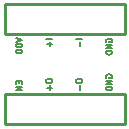
<source format=gbo>
G04 (created by PCBNEW (2013-june-11)-stable) date Sat 19 Jul 2014 02:35:51 PM PDT*
%MOIN*%
G04 Gerber Fmt 3.4, Leading zero omitted, Abs format*
%FSLAX34Y34*%
G01*
G70*
G90*
G04 APERTURE LIST*
%ADD10C,0.00590551*%
%ADD11C,0.005*%
%ADD12C,0.01*%
%ADD13R,0.06X0.06*%
%ADD14C,0.06*%
G04 APERTURE END LIST*
G54D10*
G54D11*
X84380Y-25619D02*
X84580Y-25685D01*
X84380Y-25752D01*
X84580Y-25819D02*
X84380Y-25819D01*
X84380Y-25866D01*
X84390Y-25895D01*
X84409Y-25914D01*
X84428Y-25923D01*
X84466Y-25933D01*
X84495Y-25933D01*
X84533Y-25923D01*
X84552Y-25914D01*
X84571Y-25895D01*
X84580Y-25866D01*
X84580Y-25819D01*
X84580Y-26019D02*
X84380Y-26019D01*
X84380Y-26066D01*
X84390Y-26095D01*
X84409Y-26114D01*
X84428Y-26123D01*
X84466Y-26133D01*
X84495Y-26133D01*
X84533Y-26123D01*
X84552Y-26114D01*
X84571Y-26095D01*
X84580Y-26066D01*
X84580Y-26019D01*
X85580Y-25647D02*
X85380Y-25647D01*
X85504Y-25742D02*
X85504Y-25895D01*
X85580Y-25819D02*
X85428Y-25819D01*
X86580Y-25647D02*
X86380Y-25647D01*
X86504Y-25742D02*
X86504Y-25895D01*
X87390Y-25752D02*
X87380Y-25733D01*
X87380Y-25704D01*
X87390Y-25676D01*
X87409Y-25657D01*
X87428Y-25647D01*
X87466Y-25638D01*
X87495Y-25638D01*
X87533Y-25647D01*
X87552Y-25657D01*
X87571Y-25676D01*
X87580Y-25704D01*
X87580Y-25723D01*
X87571Y-25752D01*
X87561Y-25761D01*
X87495Y-25761D01*
X87495Y-25723D01*
X87580Y-25847D02*
X87380Y-25847D01*
X87580Y-25961D01*
X87380Y-25961D01*
X87580Y-26057D02*
X87380Y-26057D01*
X87380Y-26104D01*
X87390Y-26133D01*
X87409Y-26152D01*
X87428Y-26161D01*
X87466Y-26171D01*
X87495Y-26171D01*
X87533Y-26161D01*
X87552Y-26152D01*
X87571Y-26133D01*
X87580Y-26104D01*
X87580Y-26057D01*
X87390Y-26942D02*
X87380Y-26923D01*
X87380Y-26895D01*
X87390Y-26866D01*
X87409Y-26847D01*
X87428Y-26838D01*
X87466Y-26828D01*
X87495Y-26828D01*
X87533Y-26838D01*
X87552Y-26847D01*
X87571Y-26866D01*
X87580Y-26895D01*
X87580Y-26914D01*
X87571Y-26942D01*
X87561Y-26952D01*
X87495Y-26952D01*
X87495Y-26914D01*
X87580Y-27038D02*
X87380Y-27038D01*
X87580Y-27152D01*
X87380Y-27152D01*
X87580Y-27247D02*
X87380Y-27247D01*
X87380Y-27295D01*
X87390Y-27323D01*
X87409Y-27342D01*
X87428Y-27352D01*
X87466Y-27361D01*
X87495Y-27361D01*
X87533Y-27352D01*
X87552Y-27342D01*
X87571Y-27323D01*
X87580Y-27295D01*
X87580Y-27247D01*
X86380Y-27028D02*
X86380Y-27066D01*
X86390Y-27085D01*
X86409Y-27104D01*
X86447Y-27114D01*
X86514Y-27114D01*
X86552Y-27104D01*
X86571Y-27085D01*
X86580Y-27066D01*
X86580Y-27028D01*
X86571Y-27009D01*
X86552Y-26990D01*
X86514Y-26980D01*
X86447Y-26980D01*
X86409Y-26990D01*
X86390Y-27009D01*
X86380Y-27028D01*
X86504Y-27200D02*
X86504Y-27352D01*
X85380Y-27028D02*
X85380Y-27066D01*
X85390Y-27085D01*
X85409Y-27104D01*
X85447Y-27114D01*
X85514Y-27114D01*
X85552Y-27104D01*
X85571Y-27085D01*
X85580Y-27066D01*
X85580Y-27028D01*
X85571Y-27009D01*
X85552Y-26990D01*
X85514Y-26980D01*
X85447Y-26980D01*
X85409Y-26990D01*
X85390Y-27009D01*
X85380Y-27028D01*
X85504Y-27200D02*
X85504Y-27352D01*
X85580Y-27276D02*
X85428Y-27276D01*
X84476Y-27057D02*
X84476Y-27123D01*
X84580Y-27152D02*
X84580Y-27057D01*
X84380Y-27057D01*
X84380Y-27152D01*
X84580Y-27238D02*
X84380Y-27238D01*
X84580Y-27352D01*
X84380Y-27352D01*
G54D12*
X88000Y-24500D02*
X84000Y-24500D01*
X88000Y-25500D02*
X84000Y-25500D01*
X84000Y-25500D02*
X84000Y-24500D01*
X88000Y-24500D02*
X88000Y-25500D01*
X88000Y-27500D02*
X84000Y-27500D01*
X88000Y-28500D02*
X84000Y-28500D01*
X84000Y-28500D02*
X84000Y-27500D01*
X88000Y-27500D02*
X88000Y-28500D01*
%LPC*%
G54D13*
X84500Y-25000D03*
G54D14*
X85500Y-25000D03*
X86500Y-25000D03*
X87500Y-25000D03*
G54D13*
X84500Y-28000D03*
G54D14*
X85500Y-28000D03*
X86500Y-28000D03*
X87500Y-28000D03*
M02*

</source>
